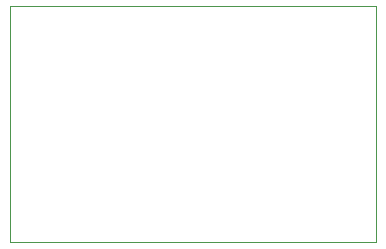
<source format=gbr>
%TF.GenerationSoftware,KiCad,Pcbnew,(5.1.9)-1*%
%TF.CreationDate,2021-03-08T23:04:16+01:00*%
%TF.ProjectId,RT12e_ELE_ACC-00,52543132-655f-4454-9c45-5f4143432d30,rev?*%
%TF.SameCoordinates,Original*%
%TF.FileFunction,Profile,NP*%
%FSLAX46Y46*%
G04 Gerber Fmt 4.6, Leading zero omitted, Abs format (unit mm)*
G04 Created by KiCad (PCBNEW (5.1.9)-1) date 2021-03-08 23:04:16*
%MOMM*%
%LPD*%
G01*
G04 APERTURE LIST*
%TA.AperFunction,Profile*%
%ADD10C,0.100000*%
%TD*%
G04 APERTURE END LIST*
D10*
X166750000Y-80500000D02*
X166750000Y-100500000D01*
X135750000Y-80500000D02*
X166750000Y-80500000D01*
X135750000Y-100500000D02*
X135750000Y-80500000D01*
X166750000Y-100500000D02*
X135750000Y-100500000D01*
M02*

</source>
